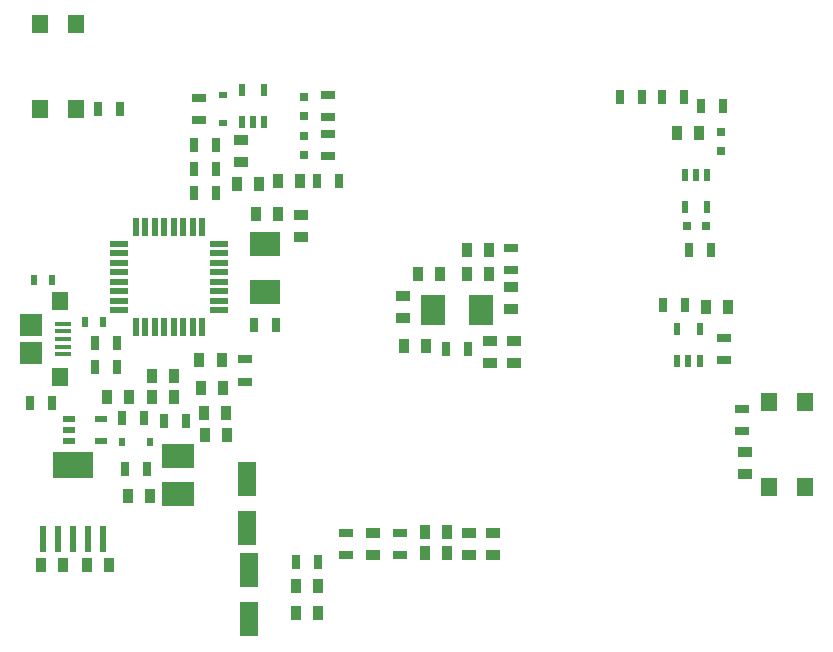
<source format=gtp>
G04*
G04 #@! TF.GenerationSoftware,Altium Limited,Altium Designer,22.7.1 (60)*
G04*
G04 Layer_Color=255*
%FSLAX44Y44*%
%MOMM*%
G71*
G04*
G04 #@! TF.SameCoordinates,93D02D30-53BF-4241-BF36-2AC50CD89F1B*
G04*
G04*
G04 #@! TF.FilePolarity,Positive*
G04*
G01*
G75*
%ADD14R,0.5588X0.6858*%
%ADD15R,0.6858X0.5588*%
%ADD16R,1.3500X0.4000*%
%ADD17R,1.4000X1.6000*%
%ADD18R,1.9000X1.9000*%
%ADD19R,0.7000X1.3000*%
%ADD20R,0.5500X1.0000*%
%ADD21R,1.3000X0.7000*%
%ADD22R,0.9000X1.3000*%
%ADD23R,0.6000X0.9000*%
%ADD24R,1.5000X0.5500*%
%ADD25R,0.5500X1.5000*%
%ADD26R,1.3000X0.9000*%
%ADD27R,0.8000X0.8000*%
%ADD28R,0.8000X0.8000*%
%ADD29R,1.4000X1.6000*%
%ADD30R,2.0000X2.5000*%
%ADD31R,2.5000X2.0000*%
%ADD32R,1.0000X0.5500*%
%ADD33R,3.5000X2.2000*%
%ADD34R,0.6000X2.2000*%
%ADD35R,2.7000X2.0000*%
%ADD36R,1.6000X3.0000*%
D14*
X94488Y172720D02*
D03*
X118872D02*
D03*
D15*
X180340Y466852D02*
D03*
Y442468D02*
D03*
D16*
X44530Y272780D02*
D03*
Y266280D02*
D03*
Y259780D02*
D03*
Y253280D02*
D03*
Y246780D02*
D03*
D17*
X42280Y291780D02*
D03*
Y227780D02*
D03*
D18*
X17780Y271780D02*
D03*
Y247780D02*
D03*
D19*
X571750Y288500D02*
D03*
X552750D02*
D03*
X259740Y393700D02*
D03*
X278740D02*
D03*
X155600Y424180D02*
D03*
X174600D02*
D03*
X116180Y149860D02*
D03*
X97180D02*
D03*
X113640Y193040D02*
D03*
X94640D02*
D03*
X155600Y403860D02*
D03*
X174600D02*
D03*
X241960Y71120D02*
D03*
X260960D02*
D03*
X603860Y457200D02*
D03*
X584860D02*
D03*
X574700Y335280D02*
D03*
X593700D02*
D03*
X368960Y251460D02*
D03*
X387960D02*
D03*
X516280Y464820D02*
D03*
X535280D02*
D03*
X551840D02*
D03*
X570840D02*
D03*
X206400Y271780D02*
D03*
X225400D02*
D03*
X155600Y383540D02*
D03*
X174600D02*
D03*
X93320Y454660D02*
D03*
X74320D02*
D03*
X16560Y205740D02*
D03*
X35560D02*
D03*
X71780Y256540D02*
D03*
X90780D02*
D03*
X71780Y236220D02*
D03*
X90780D02*
D03*
X130200Y190500D02*
D03*
X149200D02*
D03*
D20*
X583750Y241500D02*
D03*
X574250D02*
D03*
X564750D02*
D03*
X583750Y268500D02*
D03*
X564750D02*
D03*
X215240Y443700D02*
D03*
X205740D02*
D03*
X196240D02*
D03*
X215240Y470700D02*
D03*
X196240D02*
D03*
X571500Y398780D02*
D03*
X581000D02*
D03*
X590500D02*
D03*
X571500Y371780D02*
D03*
X590500D02*
D03*
D21*
X619760Y200660D02*
D03*
Y181660D02*
D03*
X160020Y464160D02*
D03*
Y445160D02*
D03*
X604520Y241960D02*
D03*
Y260960D02*
D03*
X330200Y95860D02*
D03*
Y76860D02*
D03*
X269240Y433680D02*
D03*
Y414680D02*
D03*
Y466700D02*
D03*
Y447700D02*
D03*
X284480Y95860D02*
D03*
Y76860D02*
D03*
X424180Y318160D02*
D03*
Y337160D02*
D03*
X199000Y242750D02*
D03*
Y223750D02*
D03*
D22*
X226720Y393700D02*
D03*
X245720D02*
D03*
X165000Y178250D02*
D03*
X184000D02*
D03*
X100940Y210820D02*
D03*
X81940D02*
D03*
X210820Y391160D02*
D03*
X191820D02*
D03*
X608280Y287020D02*
D03*
X589280D02*
D03*
X118720Y127000D02*
D03*
X99720D02*
D03*
X64820Y68580D02*
D03*
X83820D02*
D03*
X26060D02*
D03*
X45060D02*
D03*
X364440Y314960D02*
D03*
X345440D02*
D03*
X352400Y254000D02*
D03*
X333400D02*
D03*
X351180Y78740D02*
D03*
X370180D02*
D03*
X405740Y314960D02*
D03*
X386740D02*
D03*
X241960Y27940D02*
D03*
X260960D02*
D03*
X260960Y50800D02*
D03*
X241960D02*
D03*
X351180Y96520D02*
D03*
X370180D02*
D03*
X386740Y335280D02*
D03*
X405740D02*
D03*
X227280Y365760D02*
D03*
X208280D02*
D03*
X564540Y434340D02*
D03*
X583540D02*
D03*
X160250Y242000D02*
D03*
X179250D02*
D03*
X139040Y228600D02*
D03*
X120040D02*
D03*
X139040Y210820D02*
D03*
X120040D02*
D03*
X161250Y218500D02*
D03*
X180250D02*
D03*
X164250Y197500D02*
D03*
X183250D02*
D03*
D23*
X78620Y274320D02*
D03*
X63620D02*
D03*
X20440Y309880D02*
D03*
X35440D02*
D03*
D24*
X92620Y284420D02*
D03*
Y292420D02*
D03*
Y300420D02*
D03*
Y308420D02*
D03*
Y316420D02*
D03*
Y324420D02*
D03*
Y332420D02*
D03*
Y340420D02*
D03*
X176620D02*
D03*
Y332420D02*
D03*
Y324420D02*
D03*
Y316420D02*
D03*
Y308420D02*
D03*
Y300420D02*
D03*
Y292420D02*
D03*
Y284420D02*
D03*
D25*
X106620Y270420D02*
D03*
Y354420D02*
D03*
X114620Y270420D02*
D03*
Y354420D02*
D03*
X122620Y270420D02*
D03*
Y354420D02*
D03*
X130620Y270420D02*
D03*
Y354420D02*
D03*
X138620Y270420D02*
D03*
Y354420D02*
D03*
X146620Y270420D02*
D03*
Y354420D02*
D03*
X154620Y270420D02*
D03*
Y354420D02*
D03*
X162620Y270420D02*
D03*
Y354420D02*
D03*
D26*
X307340Y95860D02*
D03*
Y76860D02*
D03*
X426720Y258420D02*
D03*
Y239420D02*
D03*
X195580Y409600D02*
D03*
Y428600D02*
D03*
X622300Y145440D02*
D03*
Y164440D02*
D03*
X424180Y285140D02*
D03*
Y304140D02*
D03*
X388620Y76860D02*
D03*
Y95860D02*
D03*
X406400Y258420D02*
D03*
Y239420D02*
D03*
X408940Y76860D02*
D03*
Y95860D02*
D03*
X332740Y277520D02*
D03*
Y296520D02*
D03*
X246380Y365100D02*
D03*
Y346100D02*
D03*
D27*
X601980Y435100D02*
D03*
Y419100D02*
D03*
X248920Y415800D02*
D03*
Y431800D02*
D03*
Y448820D02*
D03*
Y464820D02*
D03*
D28*
X573280Y355600D02*
D03*
X589280D02*
D03*
D29*
X55640Y526220D02*
D03*
X25640D02*
D03*
X55640Y454220D02*
D03*
X25640D02*
D03*
X642860Y134180D02*
D03*
X672860D02*
D03*
X642860Y206180D02*
D03*
X672860D02*
D03*
D30*
X358460Y284480D02*
D03*
X398460D02*
D03*
D31*
X215900Y300040D02*
D03*
Y340040D02*
D03*
D32*
X50000Y173380D02*
D03*
Y182880D02*
D03*
Y192380D02*
D03*
X77000Y173380D02*
D03*
Y192380D02*
D03*
D33*
X53340Y152920D02*
D03*
D34*
X78740Y90920D02*
D03*
X66040D02*
D03*
X53340D02*
D03*
X40640D02*
D03*
X27940D02*
D03*
D35*
X142240Y160780D02*
D03*
Y128780D02*
D03*
D36*
X202000Y23000D02*
D03*
Y64000D02*
D03*
X200750Y100000D02*
D03*
Y141000D02*
D03*
M02*

</source>
